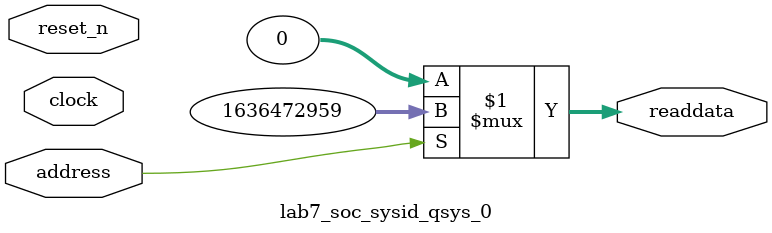
<source format=v>



// synthesis translate_off
`timescale 1ns / 1ps
// synthesis translate_on

// turn off superfluous verilog processor warnings 
// altera message_level Level1 
// altera message_off 10034 10035 10036 10037 10230 10240 10030 

module lab7_soc_sysid_qsys_0 (
               // inputs:
                address,
                clock,
                reset_n,

               // outputs:
                readdata
             )
;

  output  [ 31: 0] readdata;
  input            address;
  input            clock;
  input            reset_n;

  wire    [ 31: 0] readdata;
  //control_slave, which is an e_avalon_slave
  assign readdata = address ? 1636472959 : 0;

endmodule



</source>
